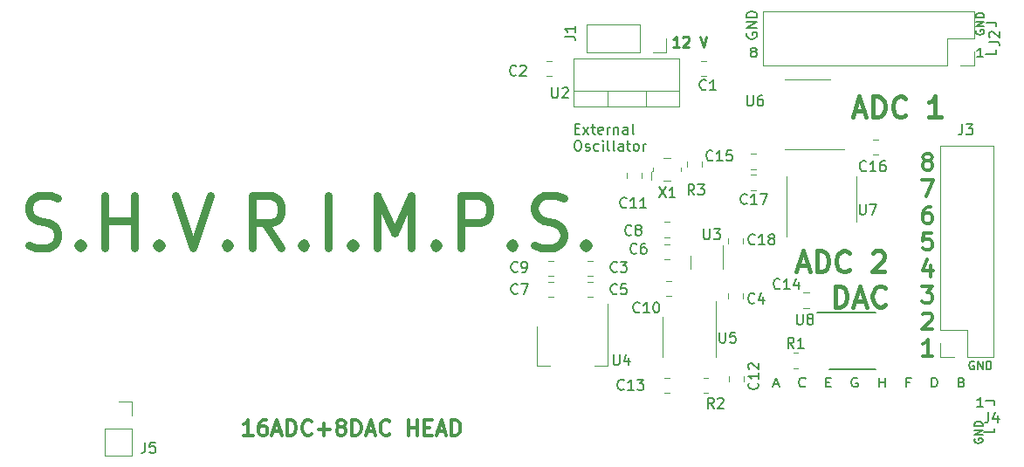
<source format=gbr>
%TF.GenerationSoftware,KiCad,Pcbnew,(6.0.5-0)*%
%TF.CreationDate,2022-06-25T17:27:44+01:00*%
%TF.ProjectId,revised_minh_design,72657669-7365-4645-9f6d-696e685f6465,rev?*%
%TF.SameCoordinates,Original*%
%TF.FileFunction,Legend,Top*%
%TF.FilePolarity,Positive*%
%FSLAX46Y46*%
G04 Gerber Fmt 4.6, Leading zero omitted, Abs format (unit mm)*
G04 Created by KiCad (PCBNEW (6.0.5-0)) date 2022-06-25 17:27:44*
%MOMM*%
%LPD*%
G01*
G04 APERTURE LIST*
%ADD10C,0.150000*%
%ADD11C,0.400000*%
%ADD12C,0.200000*%
%ADD13C,0.300000*%
%ADD14C,0.800000*%
%ADD15C,0.250000*%
%ADD16C,0.120000*%
G04 APERTURE END LIST*
D10*
X143164476Y-72879000D02*
X143088285Y-72840904D01*
X142974000Y-72840904D01*
X142859714Y-72879000D01*
X142783523Y-72955190D01*
X142745428Y-73031380D01*
X142707333Y-73183761D01*
X142707333Y-73298047D01*
X142745428Y-73450428D01*
X142783523Y-73526619D01*
X142859714Y-73602809D01*
X142974000Y-73640904D01*
X143050190Y-73640904D01*
X143164476Y-73602809D01*
X143202571Y-73564714D01*
X143202571Y-73298047D01*
X143050190Y-73298047D01*
X143545428Y-73640904D02*
X143545428Y-72840904D01*
X144002571Y-73640904D01*
X144002571Y-72840904D01*
X144383523Y-73640904D02*
X144383523Y-72840904D01*
X144574000Y-72840904D01*
X144688285Y-72879000D01*
X144764476Y-72955190D01*
X144802571Y-73031380D01*
X144840666Y-73183761D01*
X144840666Y-73298047D01*
X144802571Y-73450428D01*
X144764476Y-73526619D01*
X144688285Y-73602809D01*
X144574000Y-73640904D01*
X144383523Y-73640904D01*
X144399000Y-40005000D02*
X145288000Y-40005000D01*
X145161000Y-76708000D02*
X145161000Y-77089000D01*
X145288000Y-43053000D02*
X145288000Y-42672000D01*
X145288000Y-40005000D02*
X145288000Y-40386000D01*
X144272000Y-43053000D02*
X145288000Y-43053000D01*
X145161000Y-79756000D02*
X145161000Y-79375000D01*
X144145000Y-79756000D02*
X145161000Y-79756000D01*
X144272000Y-76708000D02*
X145161000Y-76708000D01*
D11*
X126111523Y-63579333D02*
X127063904Y-63579333D01*
X125921047Y-64150761D02*
X126587714Y-62150761D01*
X127254380Y-64150761D01*
X127921047Y-64150761D02*
X127921047Y-62150761D01*
X128397238Y-62150761D01*
X128682952Y-62246000D01*
X128873428Y-62436476D01*
X128968666Y-62626952D01*
X129063904Y-63007904D01*
X129063904Y-63293619D01*
X128968666Y-63674571D01*
X128873428Y-63865047D01*
X128682952Y-64055523D01*
X128397238Y-64150761D01*
X127921047Y-64150761D01*
X131063904Y-63960285D02*
X130968666Y-64055523D01*
X130682952Y-64150761D01*
X130492476Y-64150761D01*
X130206761Y-64055523D01*
X130016285Y-63865047D01*
X129921047Y-63674571D01*
X129825809Y-63293619D01*
X129825809Y-63007904D01*
X129921047Y-62626952D01*
X130016285Y-62436476D01*
X130206761Y-62246000D01*
X130492476Y-62150761D01*
X130682952Y-62150761D01*
X130968666Y-62246000D01*
X131063904Y-62341238D01*
X133349619Y-62341238D02*
X133444857Y-62246000D01*
X133635333Y-62150761D01*
X134111523Y-62150761D01*
X134302000Y-62246000D01*
X134397238Y-62341238D01*
X134492476Y-62531714D01*
X134492476Y-62722190D01*
X134397238Y-63007904D01*
X133254380Y-64150761D01*
X134492476Y-64150761D01*
D12*
X123723523Y-75080000D02*
X124214000Y-75080000D01*
X123625428Y-75337142D02*
X123968761Y-74437142D01*
X124312095Y-75337142D01*
X126813523Y-75251428D02*
X126764476Y-75294285D01*
X126617333Y-75337142D01*
X126519238Y-75337142D01*
X126372095Y-75294285D01*
X126274000Y-75208571D01*
X126224952Y-75122857D01*
X126175904Y-74951428D01*
X126175904Y-74822857D01*
X126224952Y-74651428D01*
X126274000Y-74565714D01*
X126372095Y-74480000D01*
X126519238Y-74437142D01*
X126617333Y-74437142D01*
X126764476Y-74480000D01*
X126813523Y-74522857D01*
X128824476Y-74865714D02*
X129167809Y-74865714D01*
X129314952Y-75337142D02*
X128824476Y-75337142D01*
X128824476Y-74437142D01*
X129314952Y-74437142D01*
X131865428Y-74480000D02*
X131767333Y-74437142D01*
X131620190Y-74437142D01*
X131473047Y-74480000D01*
X131374952Y-74565714D01*
X131325904Y-74651428D01*
X131276857Y-74822857D01*
X131276857Y-74951428D01*
X131325904Y-75122857D01*
X131374952Y-75208571D01*
X131473047Y-75294285D01*
X131620190Y-75337142D01*
X131718285Y-75337142D01*
X131865428Y-75294285D01*
X131914476Y-75251428D01*
X131914476Y-74951428D01*
X131718285Y-74951428D01*
X133925428Y-75337142D02*
X133925428Y-74437142D01*
X133925428Y-74865714D02*
X134514000Y-74865714D01*
X134514000Y-75337142D02*
X134514000Y-74437142D01*
X136917333Y-74865714D02*
X136574000Y-74865714D01*
X136574000Y-75337142D02*
X136574000Y-74437142D01*
X137064476Y-74437142D01*
X139026380Y-75337142D02*
X139026380Y-74437142D01*
X139271619Y-74437142D01*
X139418761Y-74480000D01*
X139516857Y-74565714D01*
X139565904Y-74651428D01*
X139614952Y-74822857D01*
X139614952Y-74951428D01*
X139565904Y-75122857D01*
X139516857Y-75208571D01*
X139418761Y-75294285D01*
X139271619Y-75337142D01*
X139026380Y-75337142D01*
X141969238Y-74865714D02*
X142116380Y-74908571D01*
X142165428Y-74951428D01*
X142214476Y-75037142D01*
X142214476Y-75165714D01*
X142165428Y-75251428D01*
X142116380Y-75294285D01*
X142018285Y-75337142D01*
X141625904Y-75337142D01*
X141625904Y-74437142D01*
X141969238Y-74437142D01*
X142067333Y-74480000D01*
X142116380Y-74522857D01*
X142165428Y-74608571D01*
X142165428Y-74694285D01*
X142116380Y-74780000D01*
X142067333Y-74822857D01*
X141969238Y-74865714D01*
X141625904Y-74865714D01*
D13*
X138531619Y-53404523D02*
X138379238Y-53328333D01*
X138303047Y-53252142D01*
X138226857Y-53099761D01*
X138226857Y-53023571D01*
X138303047Y-52871190D01*
X138379238Y-52795000D01*
X138531619Y-52718809D01*
X138836380Y-52718809D01*
X138988761Y-52795000D01*
X139064952Y-52871190D01*
X139141142Y-53023571D01*
X139141142Y-53099761D01*
X139064952Y-53252142D01*
X138988761Y-53328333D01*
X138836380Y-53404523D01*
X138531619Y-53404523D01*
X138379238Y-53480714D01*
X138303047Y-53556904D01*
X138226857Y-53709285D01*
X138226857Y-54014047D01*
X138303047Y-54166428D01*
X138379238Y-54242619D01*
X138531619Y-54318809D01*
X138836380Y-54318809D01*
X138988761Y-54242619D01*
X139064952Y-54166428D01*
X139141142Y-54014047D01*
X139141142Y-53709285D01*
X139064952Y-53556904D01*
X138988761Y-53480714D01*
X138836380Y-53404523D01*
X138150666Y-55294809D02*
X139217333Y-55294809D01*
X138531619Y-56894809D01*
X138988761Y-57870809D02*
X138684000Y-57870809D01*
X138531619Y-57947000D01*
X138455428Y-58023190D01*
X138303047Y-58251761D01*
X138226857Y-58556523D01*
X138226857Y-59166047D01*
X138303047Y-59318428D01*
X138379238Y-59394619D01*
X138531619Y-59470809D01*
X138836380Y-59470809D01*
X138988761Y-59394619D01*
X139064952Y-59318428D01*
X139141142Y-59166047D01*
X139141142Y-58785095D01*
X139064952Y-58632714D01*
X138988761Y-58556523D01*
X138836380Y-58480333D01*
X138531619Y-58480333D01*
X138379238Y-58556523D01*
X138303047Y-58632714D01*
X138226857Y-58785095D01*
X139064952Y-60446809D02*
X138303047Y-60446809D01*
X138226857Y-61208714D01*
X138303047Y-61132523D01*
X138455428Y-61056333D01*
X138836380Y-61056333D01*
X138988761Y-61132523D01*
X139064952Y-61208714D01*
X139141142Y-61361095D01*
X139141142Y-61742047D01*
X139064952Y-61894428D01*
X138988761Y-61970619D01*
X138836380Y-62046809D01*
X138455428Y-62046809D01*
X138303047Y-61970619D01*
X138226857Y-61894428D01*
X138988761Y-63556142D02*
X138988761Y-64622809D01*
X138607809Y-62946619D02*
X138226857Y-64089476D01*
X139217333Y-64089476D01*
X138150666Y-65598809D02*
X139141142Y-65598809D01*
X138607809Y-66208333D01*
X138836380Y-66208333D01*
X138988761Y-66284523D01*
X139064952Y-66360714D01*
X139141142Y-66513095D01*
X139141142Y-66894047D01*
X139064952Y-67046428D01*
X138988761Y-67122619D01*
X138836380Y-67198809D01*
X138379238Y-67198809D01*
X138226857Y-67122619D01*
X138150666Y-67046428D01*
X138226857Y-68327190D02*
X138303047Y-68251000D01*
X138455428Y-68174809D01*
X138836380Y-68174809D01*
X138988761Y-68251000D01*
X139064952Y-68327190D01*
X139141142Y-68479571D01*
X139141142Y-68631952D01*
X139064952Y-68860523D01*
X138150666Y-69774809D01*
X139141142Y-69774809D01*
X139141142Y-72350809D02*
X138226857Y-72350809D01*
X138684000Y-72350809D02*
X138684000Y-70750809D01*
X138531619Y-70979380D01*
X138379238Y-71131761D01*
X138226857Y-71207952D01*
D12*
X144049714Y-77242142D02*
X143478285Y-77242142D01*
X143764000Y-77242142D02*
X143764000Y-76342142D01*
X143668761Y-76470714D01*
X143573523Y-76556428D01*
X143478285Y-76599285D01*
D11*
X129699047Y-67579761D02*
X129699047Y-65579761D01*
X130175238Y-65579761D01*
X130460952Y-65675000D01*
X130651428Y-65865476D01*
X130746666Y-66055952D01*
X130841904Y-66436904D01*
X130841904Y-66722619D01*
X130746666Y-67103571D01*
X130651428Y-67294047D01*
X130460952Y-67484523D01*
X130175238Y-67579761D01*
X129699047Y-67579761D01*
X131603809Y-67008333D02*
X132556190Y-67008333D01*
X131413333Y-67579761D02*
X132080000Y-65579761D01*
X132746666Y-67579761D01*
X134556190Y-67389285D02*
X134460952Y-67484523D01*
X134175238Y-67579761D01*
X133984761Y-67579761D01*
X133699047Y-67484523D01*
X133508571Y-67294047D01*
X133413333Y-67103571D01*
X133318095Y-66722619D01*
X133318095Y-66436904D01*
X133413333Y-66055952D01*
X133508571Y-65865476D01*
X133699047Y-65675000D01*
X133984761Y-65579761D01*
X134175238Y-65579761D01*
X134460952Y-65675000D01*
X134556190Y-65770238D01*
D10*
X143237000Y-80365523D02*
X143198904Y-80441714D01*
X143198904Y-80556000D01*
X143237000Y-80670285D01*
X143313190Y-80746476D01*
X143389380Y-80784571D01*
X143541761Y-80822666D01*
X143656047Y-80822666D01*
X143808428Y-80784571D01*
X143884619Y-80746476D01*
X143960809Y-80670285D01*
X143998904Y-80556000D01*
X143998904Y-80479809D01*
X143960809Y-80365523D01*
X143922714Y-80327428D01*
X143656047Y-80327428D01*
X143656047Y-80479809D01*
X143998904Y-79984571D02*
X143198904Y-79984571D01*
X143998904Y-79527428D01*
X143198904Y-79527428D01*
X143998904Y-79146476D02*
X143198904Y-79146476D01*
X143198904Y-78956000D01*
X143237000Y-78841714D01*
X143313190Y-78765523D01*
X143389380Y-78727428D01*
X143541761Y-78689333D01*
X143656047Y-78689333D01*
X143808428Y-78727428D01*
X143884619Y-78765523D01*
X143960809Y-78841714D01*
X143998904Y-78956000D01*
X143998904Y-79146476D01*
X143364000Y-40741523D02*
X143325904Y-40817714D01*
X143325904Y-40932000D01*
X143364000Y-41046285D01*
X143440190Y-41122476D01*
X143516380Y-41160571D01*
X143668761Y-41198666D01*
X143783047Y-41198666D01*
X143935428Y-41160571D01*
X144011619Y-41122476D01*
X144087809Y-41046285D01*
X144125904Y-40932000D01*
X144125904Y-40855809D01*
X144087809Y-40741523D01*
X144049714Y-40703428D01*
X143783047Y-40703428D01*
X143783047Y-40855809D01*
X144125904Y-40360571D02*
X143325904Y-40360571D01*
X144125904Y-39903428D01*
X143325904Y-39903428D01*
X144125904Y-39522476D02*
X143325904Y-39522476D01*
X143325904Y-39332000D01*
X143364000Y-39217714D01*
X143440190Y-39141523D01*
X143516380Y-39103428D01*
X143668761Y-39065333D01*
X143783047Y-39065333D01*
X143935428Y-39103428D01*
X144011619Y-39141523D01*
X144087809Y-39217714D01*
X144125904Y-39332000D01*
X144125904Y-39522476D01*
X121166000Y-41020904D02*
X121118380Y-41116142D01*
X121118380Y-41259000D01*
X121166000Y-41401857D01*
X121261238Y-41497095D01*
X121356476Y-41544714D01*
X121546952Y-41592333D01*
X121689809Y-41592333D01*
X121880285Y-41544714D01*
X121975523Y-41497095D01*
X122070761Y-41401857D01*
X122118380Y-41259000D01*
X122118380Y-41163761D01*
X122070761Y-41020904D01*
X122023142Y-40973285D01*
X121689809Y-40973285D01*
X121689809Y-41163761D01*
X122118380Y-40544714D02*
X121118380Y-40544714D01*
X122118380Y-39973285D01*
X121118380Y-39973285D01*
X122118380Y-39497095D02*
X121118380Y-39497095D01*
X121118380Y-39259000D01*
X121166000Y-39116142D01*
X121261238Y-39020904D01*
X121356476Y-38973285D01*
X121546952Y-38925666D01*
X121689809Y-38925666D01*
X121880285Y-38973285D01*
X121975523Y-39020904D01*
X122070761Y-39116142D01*
X122118380Y-39259000D01*
X122118380Y-39497095D01*
X104475595Y-50304571D02*
X104808928Y-50304571D01*
X104951785Y-50828380D02*
X104475595Y-50828380D01*
X104475595Y-49828380D01*
X104951785Y-49828380D01*
X105285119Y-50828380D02*
X105808928Y-50161714D01*
X105285119Y-50161714D02*
X105808928Y-50828380D01*
X106047023Y-50161714D02*
X106427976Y-50161714D01*
X106189880Y-49828380D02*
X106189880Y-50685523D01*
X106237500Y-50780761D01*
X106332738Y-50828380D01*
X106427976Y-50828380D01*
X107142261Y-50780761D02*
X107047023Y-50828380D01*
X106856547Y-50828380D01*
X106761309Y-50780761D01*
X106713690Y-50685523D01*
X106713690Y-50304571D01*
X106761309Y-50209333D01*
X106856547Y-50161714D01*
X107047023Y-50161714D01*
X107142261Y-50209333D01*
X107189880Y-50304571D01*
X107189880Y-50399809D01*
X106713690Y-50495047D01*
X107618452Y-50828380D02*
X107618452Y-50161714D01*
X107618452Y-50352190D02*
X107666071Y-50256952D01*
X107713690Y-50209333D01*
X107808928Y-50161714D01*
X107904166Y-50161714D01*
X108237500Y-50161714D02*
X108237500Y-50828380D01*
X108237500Y-50256952D02*
X108285119Y-50209333D01*
X108380357Y-50161714D01*
X108523214Y-50161714D01*
X108618452Y-50209333D01*
X108666071Y-50304571D01*
X108666071Y-50828380D01*
X109570833Y-50828380D02*
X109570833Y-50304571D01*
X109523214Y-50209333D01*
X109427976Y-50161714D01*
X109237500Y-50161714D01*
X109142261Y-50209333D01*
X109570833Y-50780761D02*
X109475595Y-50828380D01*
X109237500Y-50828380D01*
X109142261Y-50780761D01*
X109094642Y-50685523D01*
X109094642Y-50590285D01*
X109142261Y-50495047D01*
X109237500Y-50447428D01*
X109475595Y-50447428D01*
X109570833Y-50399809D01*
X110189880Y-50828380D02*
X110094642Y-50780761D01*
X110047023Y-50685523D01*
X110047023Y-49828380D01*
X104666071Y-51438380D02*
X104856547Y-51438380D01*
X104951785Y-51486000D01*
X105047023Y-51581238D01*
X105094642Y-51771714D01*
X105094642Y-52105047D01*
X105047023Y-52295523D01*
X104951785Y-52390761D01*
X104856547Y-52438380D01*
X104666071Y-52438380D01*
X104570833Y-52390761D01*
X104475595Y-52295523D01*
X104427976Y-52105047D01*
X104427976Y-51771714D01*
X104475595Y-51581238D01*
X104570833Y-51486000D01*
X104666071Y-51438380D01*
X105475595Y-52390761D02*
X105570833Y-52438380D01*
X105761309Y-52438380D01*
X105856547Y-52390761D01*
X105904166Y-52295523D01*
X105904166Y-52247904D01*
X105856547Y-52152666D01*
X105761309Y-52105047D01*
X105618452Y-52105047D01*
X105523214Y-52057428D01*
X105475595Y-51962190D01*
X105475595Y-51914571D01*
X105523214Y-51819333D01*
X105618452Y-51771714D01*
X105761309Y-51771714D01*
X105856547Y-51819333D01*
X106761309Y-52390761D02*
X106666071Y-52438380D01*
X106475595Y-52438380D01*
X106380357Y-52390761D01*
X106332738Y-52343142D01*
X106285119Y-52247904D01*
X106285119Y-51962190D01*
X106332738Y-51866952D01*
X106380357Y-51819333D01*
X106475595Y-51771714D01*
X106666071Y-51771714D01*
X106761309Y-51819333D01*
X107189880Y-52438380D02*
X107189880Y-51771714D01*
X107189880Y-51438380D02*
X107142261Y-51486000D01*
X107189880Y-51533619D01*
X107237500Y-51486000D01*
X107189880Y-51438380D01*
X107189880Y-51533619D01*
X107808928Y-52438380D02*
X107713690Y-52390761D01*
X107666071Y-52295523D01*
X107666071Y-51438380D01*
X108332738Y-52438380D02*
X108237500Y-52390761D01*
X108189880Y-52295523D01*
X108189880Y-51438380D01*
X109142261Y-52438380D02*
X109142261Y-51914571D01*
X109094642Y-51819333D01*
X108999404Y-51771714D01*
X108808928Y-51771714D01*
X108713690Y-51819333D01*
X109142261Y-52390761D02*
X109047023Y-52438380D01*
X108808928Y-52438380D01*
X108713690Y-52390761D01*
X108666071Y-52295523D01*
X108666071Y-52200285D01*
X108713690Y-52105047D01*
X108808928Y-52057428D01*
X109047023Y-52057428D01*
X109142261Y-52009809D01*
X109475595Y-51771714D02*
X109856547Y-51771714D01*
X109618452Y-51438380D02*
X109618452Y-52295523D01*
X109666071Y-52390761D01*
X109761309Y-52438380D01*
X109856547Y-52438380D01*
X110332738Y-52438380D02*
X110237500Y-52390761D01*
X110189880Y-52343142D01*
X110142261Y-52247904D01*
X110142261Y-51962190D01*
X110189880Y-51866952D01*
X110237500Y-51819333D01*
X110332738Y-51771714D01*
X110475595Y-51771714D01*
X110570833Y-51819333D01*
X110618452Y-51866952D01*
X110666071Y-51962190D01*
X110666071Y-52247904D01*
X110618452Y-52343142D01*
X110570833Y-52390761D01*
X110475595Y-52438380D01*
X110332738Y-52438380D01*
X111094642Y-52438380D02*
X111094642Y-51771714D01*
X111094642Y-51962190D02*
X111142261Y-51866952D01*
X111189880Y-51819333D01*
X111285119Y-51771714D01*
X111380357Y-51771714D01*
D13*
X73219857Y-80053571D02*
X72362714Y-80053571D01*
X72791285Y-80053571D02*
X72791285Y-78553571D01*
X72648428Y-78767857D01*
X72505571Y-78910714D01*
X72362714Y-78982142D01*
X74505571Y-78553571D02*
X74219857Y-78553571D01*
X74077000Y-78625000D01*
X74005571Y-78696428D01*
X73862714Y-78910714D01*
X73791285Y-79196428D01*
X73791285Y-79767857D01*
X73862714Y-79910714D01*
X73934142Y-79982142D01*
X74077000Y-80053571D01*
X74362714Y-80053571D01*
X74505571Y-79982142D01*
X74577000Y-79910714D01*
X74648428Y-79767857D01*
X74648428Y-79410714D01*
X74577000Y-79267857D01*
X74505571Y-79196428D01*
X74362714Y-79125000D01*
X74077000Y-79125000D01*
X73934142Y-79196428D01*
X73862714Y-79267857D01*
X73791285Y-79410714D01*
X75219857Y-79625000D02*
X75934142Y-79625000D01*
X75077000Y-80053571D02*
X75577000Y-78553571D01*
X76077000Y-80053571D01*
X76577000Y-80053571D02*
X76577000Y-78553571D01*
X76934142Y-78553571D01*
X77148428Y-78625000D01*
X77291285Y-78767857D01*
X77362714Y-78910714D01*
X77434142Y-79196428D01*
X77434142Y-79410714D01*
X77362714Y-79696428D01*
X77291285Y-79839285D01*
X77148428Y-79982142D01*
X76934142Y-80053571D01*
X76577000Y-80053571D01*
X78934142Y-79910714D02*
X78862714Y-79982142D01*
X78648428Y-80053571D01*
X78505571Y-80053571D01*
X78291285Y-79982142D01*
X78148428Y-79839285D01*
X78077000Y-79696428D01*
X78005571Y-79410714D01*
X78005571Y-79196428D01*
X78077000Y-78910714D01*
X78148428Y-78767857D01*
X78291285Y-78625000D01*
X78505571Y-78553571D01*
X78648428Y-78553571D01*
X78862714Y-78625000D01*
X78934142Y-78696428D01*
X79577000Y-79482142D02*
X80719857Y-79482142D01*
X80148428Y-80053571D02*
X80148428Y-78910714D01*
X81648428Y-79196428D02*
X81505571Y-79125000D01*
X81434142Y-79053571D01*
X81362714Y-78910714D01*
X81362714Y-78839285D01*
X81434142Y-78696428D01*
X81505571Y-78625000D01*
X81648428Y-78553571D01*
X81934142Y-78553571D01*
X82077000Y-78625000D01*
X82148428Y-78696428D01*
X82219857Y-78839285D01*
X82219857Y-78910714D01*
X82148428Y-79053571D01*
X82077000Y-79125000D01*
X81934142Y-79196428D01*
X81648428Y-79196428D01*
X81505571Y-79267857D01*
X81434142Y-79339285D01*
X81362714Y-79482142D01*
X81362714Y-79767857D01*
X81434142Y-79910714D01*
X81505571Y-79982142D01*
X81648428Y-80053571D01*
X81934142Y-80053571D01*
X82077000Y-79982142D01*
X82148428Y-79910714D01*
X82219857Y-79767857D01*
X82219857Y-79482142D01*
X82148428Y-79339285D01*
X82077000Y-79267857D01*
X81934142Y-79196428D01*
X82862714Y-80053571D02*
X82862714Y-78553571D01*
X83219857Y-78553571D01*
X83434142Y-78625000D01*
X83577000Y-78767857D01*
X83648428Y-78910714D01*
X83719857Y-79196428D01*
X83719857Y-79410714D01*
X83648428Y-79696428D01*
X83577000Y-79839285D01*
X83434142Y-79982142D01*
X83219857Y-80053571D01*
X82862714Y-80053571D01*
X84291285Y-79625000D02*
X85005571Y-79625000D01*
X84148428Y-80053571D02*
X84648428Y-78553571D01*
X85148428Y-80053571D01*
X86505571Y-79910714D02*
X86434142Y-79982142D01*
X86219857Y-80053571D01*
X86077000Y-80053571D01*
X85862714Y-79982142D01*
X85719857Y-79839285D01*
X85648428Y-79696428D01*
X85577000Y-79410714D01*
X85577000Y-79196428D01*
X85648428Y-78910714D01*
X85719857Y-78767857D01*
X85862714Y-78625000D01*
X86077000Y-78553571D01*
X86219857Y-78553571D01*
X86434142Y-78625000D01*
X86505571Y-78696428D01*
X88291285Y-80053571D02*
X88291285Y-78553571D01*
X88291285Y-79267857D02*
X89148428Y-79267857D01*
X89148428Y-80053571D02*
X89148428Y-78553571D01*
X89862714Y-79267857D02*
X90362714Y-79267857D01*
X90577000Y-80053571D02*
X89862714Y-80053571D01*
X89862714Y-78553571D01*
X90577000Y-78553571D01*
X91148428Y-79625000D02*
X91862714Y-79625000D01*
X91005571Y-80053571D02*
X91505571Y-78553571D01*
X92005571Y-80053571D01*
X92505571Y-80053571D02*
X92505571Y-78553571D01*
X92862714Y-78553571D01*
X93077000Y-78625000D01*
X93219857Y-78767857D01*
X93291285Y-78910714D01*
X93362714Y-79196428D01*
X93362714Y-79410714D01*
X93291285Y-79696428D01*
X93219857Y-79839285D01*
X93077000Y-79982142D01*
X92862714Y-80053571D01*
X92505571Y-80053571D01*
D14*
X51470142Y-61586809D02*
X52184428Y-61824904D01*
X53374904Y-61824904D01*
X53851095Y-61586809D01*
X54089190Y-61348714D01*
X54327285Y-60872523D01*
X54327285Y-60396333D01*
X54089190Y-59920142D01*
X53851095Y-59682047D01*
X53374904Y-59443952D01*
X52422523Y-59205857D01*
X51946333Y-58967761D01*
X51708238Y-58729666D01*
X51470142Y-58253476D01*
X51470142Y-57777285D01*
X51708238Y-57301095D01*
X51946333Y-57063000D01*
X52422523Y-56824904D01*
X53613000Y-56824904D01*
X54327285Y-57063000D01*
X56470142Y-61348714D02*
X56708238Y-61586809D01*
X56470142Y-61824904D01*
X56232047Y-61586809D01*
X56470142Y-61348714D01*
X56470142Y-61824904D01*
X58851095Y-61824904D02*
X58851095Y-56824904D01*
X58851095Y-59205857D02*
X61708238Y-59205857D01*
X61708238Y-61824904D02*
X61708238Y-56824904D01*
X64089190Y-61348714D02*
X64327285Y-61586809D01*
X64089190Y-61824904D01*
X63851095Y-61586809D01*
X64089190Y-61348714D01*
X64089190Y-61824904D01*
X65755857Y-56824904D02*
X67422523Y-61824904D01*
X69089190Y-56824904D01*
X70755857Y-61348714D02*
X70993952Y-61586809D01*
X70755857Y-61824904D01*
X70517761Y-61586809D01*
X70755857Y-61348714D01*
X70755857Y-61824904D01*
X75993952Y-61824904D02*
X74327285Y-59443952D01*
X73136809Y-61824904D02*
X73136809Y-56824904D01*
X75041571Y-56824904D01*
X75517761Y-57063000D01*
X75755857Y-57301095D01*
X75993952Y-57777285D01*
X75993952Y-58491571D01*
X75755857Y-58967761D01*
X75517761Y-59205857D01*
X75041571Y-59443952D01*
X73136809Y-59443952D01*
X78136809Y-61348714D02*
X78374904Y-61586809D01*
X78136809Y-61824904D01*
X77898714Y-61586809D01*
X78136809Y-61348714D01*
X78136809Y-61824904D01*
X80517761Y-61824904D02*
X80517761Y-56824904D01*
X82898714Y-61348714D02*
X83136809Y-61586809D01*
X82898714Y-61824904D01*
X82660619Y-61586809D01*
X82898714Y-61348714D01*
X82898714Y-61824904D01*
X85279666Y-61824904D02*
X85279666Y-56824904D01*
X86946333Y-60396333D01*
X88613000Y-56824904D01*
X88613000Y-61824904D01*
X90993952Y-61348714D02*
X91232047Y-61586809D01*
X90993952Y-61824904D01*
X90755857Y-61586809D01*
X90993952Y-61348714D01*
X90993952Y-61824904D01*
X93374904Y-61824904D02*
X93374904Y-56824904D01*
X95279666Y-56824904D01*
X95755857Y-57063000D01*
X95993952Y-57301095D01*
X96232047Y-57777285D01*
X96232047Y-58491571D01*
X95993952Y-58967761D01*
X95755857Y-59205857D01*
X95279666Y-59443952D01*
X93374904Y-59443952D01*
X98374904Y-61348714D02*
X98613000Y-61586809D01*
X98374904Y-61824904D01*
X98136809Y-61586809D01*
X98374904Y-61348714D01*
X98374904Y-61824904D01*
X100517761Y-61586809D02*
X101232047Y-61824904D01*
X102422523Y-61824904D01*
X102898714Y-61586809D01*
X103136809Y-61348714D01*
X103374904Y-60872523D01*
X103374904Y-60396333D01*
X103136809Y-59920142D01*
X102898714Y-59682047D01*
X102422523Y-59443952D01*
X101470142Y-59205857D01*
X100993952Y-58967761D01*
X100755857Y-58729666D01*
X100517761Y-58253476D01*
X100517761Y-57777285D01*
X100755857Y-57301095D01*
X100993952Y-57063000D01*
X101470142Y-56824904D01*
X102660619Y-56824904D01*
X103374904Y-57063000D01*
X105517761Y-61348714D02*
X105755857Y-61586809D01*
X105517761Y-61824904D01*
X105279666Y-61586809D01*
X105517761Y-61348714D01*
X105517761Y-61824904D01*
D12*
X121697761Y-42818857D02*
X121602523Y-42776000D01*
X121554904Y-42733142D01*
X121507285Y-42647428D01*
X121507285Y-42604571D01*
X121554904Y-42518857D01*
X121602523Y-42476000D01*
X121697761Y-42433142D01*
X121888238Y-42433142D01*
X121983476Y-42476000D01*
X122031095Y-42518857D01*
X122078714Y-42604571D01*
X122078714Y-42647428D01*
X122031095Y-42733142D01*
X121983476Y-42776000D01*
X121888238Y-42818857D01*
X121697761Y-42818857D01*
X121602523Y-42861714D01*
X121554904Y-42904571D01*
X121507285Y-42990285D01*
X121507285Y-43161714D01*
X121554904Y-43247428D01*
X121602523Y-43290285D01*
X121697761Y-43333142D01*
X121888238Y-43333142D01*
X121983476Y-43290285D01*
X122031095Y-43247428D01*
X122078714Y-43161714D01*
X122078714Y-42990285D01*
X122031095Y-42904571D01*
X121983476Y-42861714D01*
X121888238Y-42818857D01*
D11*
X131572523Y-48593333D02*
X132524904Y-48593333D01*
X131382047Y-49164761D02*
X132048714Y-47164761D01*
X132715380Y-49164761D01*
X133382047Y-49164761D02*
X133382047Y-47164761D01*
X133858238Y-47164761D01*
X134143952Y-47260000D01*
X134334428Y-47450476D01*
X134429666Y-47640952D01*
X134524904Y-48021904D01*
X134524904Y-48307619D01*
X134429666Y-48688571D01*
X134334428Y-48879047D01*
X134143952Y-49069523D01*
X133858238Y-49164761D01*
X133382047Y-49164761D01*
X136524904Y-48974285D02*
X136429666Y-49069523D01*
X136143952Y-49164761D01*
X135953476Y-49164761D01*
X135667761Y-49069523D01*
X135477285Y-48879047D01*
X135382047Y-48688571D01*
X135286809Y-48307619D01*
X135286809Y-48021904D01*
X135382047Y-47640952D01*
X135477285Y-47450476D01*
X135667761Y-47260000D01*
X135953476Y-47164761D01*
X136143952Y-47164761D01*
X136429666Y-47260000D01*
X136524904Y-47355238D01*
X139953476Y-49164761D02*
X138810619Y-49164761D01*
X139382047Y-49164761D02*
X139382047Y-47164761D01*
X139191571Y-47450476D01*
X139001095Y-47640952D01*
X138810619Y-47736190D01*
D12*
X144049714Y-43333142D02*
X143478285Y-43333142D01*
X143764000Y-43333142D02*
X143764000Y-42433142D01*
X143668761Y-42561714D01*
X143573523Y-42647428D01*
X143478285Y-42690285D01*
D15*
X114570000Y-42362380D02*
X113998571Y-42362380D01*
X114284285Y-42362380D02*
X114284285Y-41362380D01*
X114189047Y-41505238D01*
X114093809Y-41600476D01*
X113998571Y-41648095D01*
X114950952Y-41457619D02*
X114998571Y-41410000D01*
X115093809Y-41362380D01*
X115331904Y-41362380D01*
X115427142Y-41410000D01*
X115474761Y-41457619D01*
X115522380Y-41552857D01*
X115522380Y-41648095D01*
X115474761Y-41790952D01*
X114903333Y-42362380D01*
X115522380Y-42362380D01*
X116570000Y-41362380D02*
X116903333Y-42362380D01*
X117236666Y-41362380D01*
D10*
%TO.C,J5*%
X62785666Y-80732380D02*
X62785666Y-81446666D01*
X62738047Y-81589523D01*
X62642809Y-81684761D01*
X62499952Y-81732380D01*
X62404714Y-81732380D01*
X63738047Y-80732380D02*
X63261857Y-80732380D01*
X63214238Y-81208571D01*
X63261857Y-81160952D01*
X63357095Y-81113333D01*
X63595190Y-81113333D01*
X63690428Y-81160952D01*
X63738047Y-81208571D01*
X63785666Y-81303809D01*
X63785666Y-81541904D01*
X63738047Y-81637142D01*
X63690428Y-81684761D01*
X63595190Y-81732380D01*
X63357095Y-81732380D01*
X63261857Y-81684761D01*
X63214238Y-81637142D01*
%TO.C,U6*%
X121158095Y-47077380D02*
X121158095Y-47886904D01*
X121205714Y-47982142D01*
X121253333Y-48029761D01*
X121348571Y-48077380D01*
X121539047Y-48077380D01*
X121634285Y-48029761D01*
X121681904Y-47982142D01*
X121729523Y-47886904D01*
X121729523Y-47077380D01*
X122634285Y-47077380D02*
X122443809Y-47077380D01*
X122348571Y-47125000D01*
X122300952Y-47172619D01*
X122205714Y-47315476D01*
X122158095Y-47505952D01*
X122158095Y-47886904D01*
X122205714Y-47982142D01*
X122253333Y-48029761D01*
X122348571Y-48077380D01*
X122539047Y-48077380D01*
X122634285Y-48029761D01*
X122681904Y-47982142D01*
X122729523Y-47886904D01*
X122729523Y-47648809D01*
X122681904Y-47553571D01*
X122634285Y-47505952D01*
X122539047Y-47458333D01*
X122348571Y-47458333D01*
X122253333Y-47505952D01*
X122205714Y-47553571D01*
X122158095Y-47648809D01*
%TO.C,C18*%
X121912142Y-61444142D02*
X121864523Y-61491761D01*
X121721666Y-61539380D01*
X121626428Y-61539380D01*
X121483571Y-61491761D01*
X121388333Y-61396523D01*
X121340714Y-61301285D01*
X121293095Y-61110809D01*
X121293095Y-60967952D01*
X121340714Y-60777476D01*
X121388333Y-60682238D01*
X121483571Y-60587000D01*
X121626428Y-60539380D01*
X121721666Y-60539380D01*
X121864523Y-60587000D01*
X121912142Y-60634619D01*
X122864523Y-61539380D02*
X122293095Y-61539380D01*
X122578809Y-61539380D02*
X122578809Y-60539380D01*
X122483571Y-60682238D01*
X122388333Y-60777476D01*
X122293095Y-60825095D01*
X123435952Y-60967952D02*
X123340714Y-60920333D01*
X123293095Y-60872714D01*
X123245476Y-60777476D01*
X123245476Y-60729857D01*
X123293095Y-60634619D01*
X123340714Y-60587000D01*
X123435952Y-60539380D01*
X123626428Y-60539380D01*
X123721666Y-60587000D01*
X123769285Y-60634619D01*
X123816904Y-60729857D01*
X123816904Y-60777476D01*
X123769285Y-60872714D01*
X123721666Y-60920333D01*
X123626428Y-60967952D01*
X123435952Y-60967952D01*
X123340714Y-61015571D01*
X123293095Y-61063190D01*
X123245476Y-61158428D01*
X123245476Y-61348904D01*
X123293095Y-61444142D01*
X123340714Y-61491761D01*
X123435952Y-61539380D01*
X123626428Y-61539380D01*
X123721666Y-61491761D01*
X123769285Y-61444142D01*
X123816904Y-61348904D01*
X123816904Y-61158428D01*
X123769285Y-61063190D01*
X123721666Y-61015571D01*
X123626428Y-60967952D01*
%TO.C,C13*%
X109212142Y-75541142D02*
X109164523Y-75588761D01*
X109021666Y-75636380D01*
X108926428Y-75636380D01*
X108783571Y-75588761D01*
X108688333Y-75493523D01*
X108640714Y-75398285D01*
X108593095Y-75207809D01*
X108593095Y-75064952D01*
X108640714Y-74874476D01*
X108688333Y-74779238D01*
X108783571Y-74684000D01*
X108926428Y-74636380D01*
X109021666Y-74636380D01*
X109164523Y-74684000D01*
X109212142Y-74731619D01*
X110164523Y-75636380D02*
X109593095Y-75636380D01*
X109878809Y-75636380D02*
X109878809Y-74636380D01*
X109783571Y-74779238D01*
X109688333Y-74874476D01*
X109593095Y-74922095D01*
X110497857Y-74636380D02*
X111116904Y-74636380D01*
X110783571Y-75017333D01*
X110926428Y-75017333D01*
X111021666Y-75064952D01*
X111069285Y-75112571D01*
X111116904Y-75207809D01*
X111116904Y-75445904D01*
X111069285Y-75541142D01*
X111021666Y-75588761D01*
X110926428Y-75636380D01*
X110640714Y-75636380D01*
X110545476Y-75588761D01*
X110497857Y-75541142D01*
%TO.C, *%
%TO.C,U7*%
X132080095Y-57618380D02*
X132080095Y-58427904D01*
X132127714Y-58523142D01*
X132175333Y-58570761D01*
X132270571Y-58618380D01*
X132461047Y-58618380D01*
X132556285Y-58570761D01*
X132603904Y-58523142D01*
X132651523Y-58427904D01*
X132651523Y-57618380D01*
X133032476Y-57618380D02*
X133699142Y-57618380D01*
X133270571Y-58618380D01*
%TO.C,C11*%
X109466142Y-57888142D02*
X109418523Y-57935761D01*
X109275666Y-57983380D01*
X109180428Y-57983380D01*
X109037571Y-57935761D01*
X108942333Y-57840523D01*
X108894714Y-57745285D01*
X108847095Y-57554809D01*
X108847095Y-57411952D01*
X108894714Y-57221476D01*
X108942333Y-57126238D01*
X109037571Y-57031000D01*
X109180428Y-56983380D01*
X109275666Y-56983380D01*
X109418523Y-57031000D01*
X109466142Y-57078619D01*
X110418523Y-57983380D02*
X109847095Y-57983380D01*
X110132809Y-57983380D02*
X110132809Y-56983380D01*
X110037571Y-57126238D01*
X109942333Y-57221476D01*
X109847095Y-57269095D01*
X111370904Y-57983380D02*
X110799476Y-57983380D01*
X111085190Y-57983380D02*
X111085190Y-56983380D01*
X110989952Y-57126238D01*
X110894714Y-57221476D01*
X110799476Y-57269095D01*
%TO.C,C8*%
X109942333Y-60555142D02*
X109894714Y-60602761D01*
X109751857Y-60650380D01*
X109656619Y-60650380D01*
X109513761Y-60602761D01*
X109418523Y-60507523D01*
X109370904Y-60412285D01*
X109323285Y-60221809D01*
X109323285Y-60078952D01*
X109370904Y-59888476D01*
X109418523Y-59793238D01*
X109513761Y-59698000D01*
X109656619Y-59650380D01*
X109751857Y-59650380D01*
X109894714Y-59698000D01*
X109942333Y-59745619D01*
X110513761Y-60078952D02*
X110418523Y-60031333D01*
X110370904Y-59983714D01*
X110323285Y-59888476D01*
X110323285Y-59840857D01*
X110370904Y-59745619D01*
X110418523Y-59698000D01*
X110513761Y-59650380D01*
X110704238Y-59650380D01*
X110799476Y-59698000D01*
X110847095Y-59745619D01*
X110894714Y-59840857D01*
X110894714Y-59888476D01*
X110847095Y-59983714D01*
X110799476Y-60031333D01*
X110704238Y-60078952D01*
X110513761Y-60078952D01*
X110418523Y-60126571D01*
X110370904Y-60174190D01*
X110323285Y-60269428D01*
X110323285Y-60459904D01*
X110370904Y-60555142D01*
X110418523Y-60602761D01*
X110513761Y-60650380D01*
X110704238Y-60650380D01*
X110799476Y-60602761D01*
X110847095Y-60555142D01*
X110894714Y-60459904D01*
X110894714Y-60269428D01*
X110847095Y-60174190D01*
X110799476Y-60126571D01*
X110704238Y-60078952D01*
%TO.C, *%
%TO.C,J3*%
X142033666Y-49871380D02*
X142033666Y-50585666D01*
X141986047Y-50728523D01*
X141890809Y-50823761D01*
X141747952Y-50871380D01*
X141652714Y-50871380D01*
X142414619Y-49871380D02*
X143033666Y-49871380D01*
X142700333Y-50252333D01*
X142843190Y-50252333D01*
X142938428Y-50299952D01*
X142986047Y-50347571D01*
X143033666Y-50442809D01*
X143033666Y-50680904D01*
X142986047Y-50776142D01*
X142938428Y-50823761D01*
X142843190Y-50871380D01*
X142557476Y-50871380D01*
X142462238Y-50823761D01*
X142414619Y-50776142D01*
%TO.C,U4*%
X108204095Y-72223380D02*
X108204095Y-73032904D01*
X108251714Y-73128142D01*
X108299333Y-73175761D01*
X108394571Y-73223380D01*
X108585047Y-73223380D01*
X108680285Y-73175761D01*
X108727904Y-73128142D01*
X108775523Y-73032904D01*
X108775523Y-72223380D01*
X109680285Y-72556714D02*
X109680285Y-73223380D01*
X109442190Y-72175761D02*
X109204095Y-72890047D01*
X109823142Y-72890047D01*
%TO.C,C2*%
X98766333Y-45061142D02*
X98718714Y-45108761D01*
X98575857Y-45156380D01*
X98480619Y-45156380D01*
X98337761Y-45108761D01*
X98242523Y-45013523D01*
X98194904Y-44918285D01*
X98147285Y-44727809D01*
X98147285Y-44584952D01*
X98194904Y-44394476D01*
X98242523Y-44299238D01*
X98337761Y-44204000D01*
X98480619Y-44156380D01*
X98575857Y-44156380D01*
X98718714Y-44204000D01*
X98766333Y-44251619D01*
X99147285Y-44251619D02*
X99194904Y-44204000D01*
X99290142Y-44156380D01*
X99528238Y-44156380D01*
X99623476Y-44204000D01*
X99671095Y-44251619D01*
X99718714Y-44346857D01*
X99718714Y-44442095D01*
X99671095Y-44584952D01*
X99099666Y-45156380D01*
X99718714Y-45156380D01*
%TO.C,R2*%
X117943333Y-77414380D02*
X117610000Y-76938190D01*
X117371904Y-77414380D02*
X117371904Y-76414380D01*
X117752857Y-76414380D01*
X117848095Y-76462000D01*
X117895714Y-76509619D01*
X117943333Y-76604857D01*
X117943333Y-76747714D01*
X117895714Y-76842952D01*
X117848095Y-76890571D01*
X117752857Y-76938190D01*
X117371904Y-76938190D01*
X118324285Y-76509619D02*
X118371904Y-76462000D01*
X118467142Y-76414380D01*
X118705238Y-76414380D01*
X118800476Y-76462000D01*
X118848095Y-76509619D01*
X118895714Y-76604857D01*
X118895714Y-76700095D01*
X118848095Y-76842952D01*
X118276666Y-77414380D01*
X118895714Y-77414380D01*
%TO.C,C3*%
X108545333Y-64111142D02*
X108497714Y-64158761D01*
X108354857Y-64206380D01*
X108259619Y-64206380D01*
X108116761Y-64158761D01*
X108021523Y-64063523D01*
X107973904Y-63968285D01*
X107926285Y-63777809D01*
X107926285Y-63634952D01*
X107973904Y-63444476D01*
X108021523Y-63349238D01*
X108116761Y-63254000D01*
X108259619Y-63206380D01*
X108354857Y-63206380D01*
X108497714Y-63254000D01*
X108545333Y-63301619D01*
X108878666Y-63206380D02*
X109497714Y-63206380D01*
X109164380Y-63587333D01*
X109307238Y-63587333D01*
X109402476Y-63634952D01*
X109450095Y-63682571D01*
X109497714Y-63777809D01*
X109497714Y-64015904D01*
X109450095Y-64111142D01*
X109402476Y-64158761D01*
X109307238Y-64206380D01*
X109021523Y-64206380D01*
X108926285Y-64158761D01*
X108878666Y-64111142D01*
%TO.C,C14*%
X124346642Y-65762142D02*
X124299023Y-65809761D01*
X124156166Y-65857380D01*
X124060928Y-65857380D01*
X123918071Y-65809761D01*
X123822833Y-65714523D01*
X123775214Y-65619285D01*
X123727595Y-65428809D01*
X123727595Y-65285952D01*
X123775214Y-65095476D01*
X123822833Y-65000238D01*
X123918071Y-64905000D01*
X124060928Y-64857380D01*
X124156166Y-64857380D01*
X124299023Y-64905000D01*
X124346642Y-64952619D01*
X125299023Y-65857380D02*
X124727595Y-65857380D01*
X125013309Y-65857380D02*
X125013309Y-64857380D01*
X124918071Y-65000238D01*
X124822833Y-65095476D01*
X124727595Y-65143095D01*
X126156166Y-65190714D02*
X126156166Y-65857380D01*
X125918071Y-64809761D02*
X125679976Y-65524047D01*
X126299023Y-65524047D01*
%TO.C,C12*%
X122185642Y-74954357D02*
X122233261Y-75001976D01*
X122280880Y-75144833D01*
X122280880Y-75240071D01*
X122233261Y-75382928D01*
X122138023Y-75478166D01*
X122042785Y-75525785D01*
X121852309Y-75573404D01*
X121709452Y-75573404D01*
X121518976Y-75525785D01*
X121423738Y-75478166D01*
X121328500Y-75382928D01*
X121280880Y-75240071D01*
X121280880Y-75144833D01*
X121328500Y-75001976D01*
X121376119Y-74954357D01*
X122280880Y-74001976D02*
X122280880Y-74573404D01*
X122280880Y-74287690D02*
X121280880Y-74287690D01*
X121423738Y-74382928D01*
X121518976Y-74478166D01*
X121566595Y-74573404D01*
X121376119Y-73621023D02*
X121328500Y-73573404D01*
X121280880Y-73478166D01*
X121280880Y-73240071D01*
X121328500Y-73144833D01*
X121376119Y-73097214D01*
X121471357Y-73049595D01*
X121566595Y-73049595D01*
X121709452Y-73097214D01*
X122280880Y-73668642D01*
X122280880Y-73049595D01*
%TO.C, *%
%TO.C,C17*%
X121150142Y-57536142D02*
X121102523Y-57583761D01*
X120959666Y-57631380D01*
X120864428Y-57631380D01*
X120721571Y-57583761D01*
X120626333Y-57488523D01*
X120578714Y-57393285D01*
X120531095Y-57202809D01*
X120531095Y-57059952D01*
X120578714Y-56869476D01*
X120626333Y-56774238D01*
X120721571Y-56679000D01*
X120864428Y-56631380D01*
X120959666Y-56631380D01*
X121102523Y-56679000D01*
X121150142Y-56726619D01*
X122102523Y-57631380D02*
X121531095Y-57631380D01*
X121816809Y-57631380D02*
X121816809Y-56631380D01*
X121721571Y-56774238D01*
X121626333Y-56869476D01*
X121531095Y-56917095D01*
X122435857Y-56631380D02*
X123102523Y-56631380D01*
X122673952Y-57631380D01*
%TO.C,U3*%
X116967095Y-60031380D02*
X116967095Y-60840904D01*
X117014714Y-60936142D01*
X117062333Y-60983761D01*
X117157571Y-61031380D01*
X117348047Y-61031380D01*
X117443285Y-60983761D01*
X117490904Y-60936142D01*
X117538523Y-60840904D01*
X117538523Y-60031380D01*
X117919476Y-60031380D02*
X118538523Y-60031380D01*
X118205190Y-60412333D01*
X118348047Y-60412333D01*
X118443285Y-60459952D01*
X118490904Y-60507571D01*
X118538523Y-60602809D01*
X118538523Y-60840904D01*
X118490904Y-60936142D01*
X118443285Y-60983761D01*
X118348047Y-61031380D01*
X118062333Y-61031380D01*
X117967095Y-60983761D01*
X117919476Y-60936142D01*
%TO.C,C7*%
X98893333Y-66237142D02*
X98845714Y-66284761D01*
X98702857Y-66332380D01*
X98607619Y-66332380D01*
X98464761Y-66284761D01*
X98369523Y-66189523D01*
X98321904Y-66094285D01*
X98274285Y-65903809D01*
X98274285Y-65760952D01*
X98321904Y-65570476D01*
X98369523Y-65475238D01*
X98464761Y-65380000D01*
X98607619Y-65332380D01*
X98702857Y-65332380D01*
X98845714Y-65380000D01*
X98893333Y-65427619D01*
X99226666Y-65332380D02*
X99893333Y-65332380D01*
X99464761Y-66332380D01*
%TO.C,U5*%
X118491095Y-70064380D02*
X118491095Y-70873904D01*
X118538714Y-70969142D01*
X118586333Y-71016761D01*
X118681571Y-71064380D01*
X118872047Y-71064380D01*
X118967285Y-71016761D01*
X119014904Y-70969142D01*
X119062523Y-70873904D01*
X119062523Y-70064380D01*
X120014904Y-70064380D02*
X119538714Y-70064380D01*
X119491095Y-70540571D01*
X119538714Y-70492952D01*
X119633952Y-70445333D01*
X119872047Y-70445333D01*
X119967285Y-70492952D01*
X120014904Y-70540571D01*
X120062523Y-70635809D01*
X120062523Y-70873904D01*
X120014904Y-70969142D01*
X119967285Y-71016761D01*
X119872047Y-71064380D01*
X119633952Y-71064380D01*
X119538714Y-71016761D01*
X119491095Y-70969142D01*
%TO.C,C1*%
X117181333Y-46458142D02*
X117133714Y-46505761D01*
X116990857Y-46553380D01*
X116895619Y-46553380D01*
X116752761Y-46505761D01*
X116657523Y-46410523D01*
X116609904Y-46315285D01*
X116562285Y-46124809D01*
X116562285Y-45981952D01*
X116609904Y-45791476D01*
X116657523Y-45696238D01*
X116752761Y-45601000D01*
X116895619Y-45553380D01*
X116990857Y-45553380D01*
X117133714Y-45601000D01*
X117181333Y-45648619D01*
X118133714Y-46553380D02*
X117562285Y-46553380D01*
X117848000Y-46553380D02*
X117848000Y-45553380D01*
X117752761Y-45696238D01*
X117657523Y-45791476D01*
X117562285Y-45839095D01*
%TO.C,U2*%
X102235095Y-46315380D02*
X102235095Y-47124904D01*
X102282714Y-47220142D01*
X102330333Y-47267761D01*
X102425571Y-47315380D01*
X102616047Y-47315380D01*
X102711285Y-47267761D01*
X102758904Y-47220142D01*
X102806523Y-47124904D01*
X102806523Y-46315380D01*
X103235095Y-46410619D02*
X103282714Y-46363000D01*
X103377952Y-46315380D01*
X103616047Y-46315380D01*
X103711285Y-46363000D01*
X103758904Y-46410619D01*
X103806523Y-46505857D01*
X103806523Y-46601095D01*
X103758904Y-46743952D01*
X103187476Y-47315380D01*
X103806523Y-47315380D01*
%TO.C,C9*%
X98893333Y-64111142D02*
X98845714Y-64158761D01*
X98702857Y-64206380D01*
X98607619Y-64206380D01*
X98464761Y-64158761D01*
X98369523Y-64063523D01*
X98321904Y-63968285D01*
X98274285Y-63777809D01*
X98274285Y-63634952D01*
X98321904Y-63444476D01*
X98369523Y-63349238D01*
X98464761Y-63254000D01*
X98607619Y-63206380D01*
X98702857Y-63206380D01*
X98845714Y-63254000D01*
X98893333Y-63301619D01*
X99369523Y-64206380D02*
X99560000Y-64206380D01*
X99655238Y-64158761D01*
X99702857Y-64111142D01*
X99798095Y-63968285D01*
X99845714Y-63777809D01*
X99845714Y-63396857D01*
X99798095Y-63301619D01*
X99750476Y-63254000D01*
X99655238Y-63206380D01*
X99464761Y-63206380D01*
X99369523Y-63254000D01*
X99321904Y-63301619D01*
X99274285Y-63396857D01*
X99274285Y-63634952D01*
X99321904Y-63730190D01*
X99369523Y-63777809D01*
X99464761Y-63825428D01*
X99655238Y-63825428D01*
X99750476Y-63777809D01*
X99798095Y-63730190D01*
X99845714Y-63634952D01*
%TO.C,C5*%
X108545333Y-66270142D02*
X108497714Y-66317761D01*
X108354857Y-66365380D01*
X108259619Y-66365380D01*
X108116761Y-66317761D01*
X108021523Y-66222523D01*
X107973904Y-66127285D01*
X107926285Y-65936809D01*
X107926285Y-65793952D01*
X107973904Y-65603476D01*
X108021523Y-65508238D01*
X108116761Y-65413000D01*
X108259619Y-65365380D01*
X108354857Y-65365380D01*
X108497714Y-65413000D01*
X108545333Y-65460619D01*
X109450095Y-65365380D02*
X108973904Y-65365380D01*
X108926285Y-65841571D01*
X108973904Y-65793952D01*
X109069142Y-65746333D01*
X109307238Y-65746333D01*
X109402476Y-65793952D01*
X109450095Y-65841571D01*
X109497714Y-65936809D01*
X109497714Y-66174904D01*
X109450095Y-66270142D01*
X109402476Y-66317761D01*
X109307238Y-66365380D01*
X109069142Y-66365380D01*
X108973904Y-66317761D01*
X108926285Y-66270142D01*
%TO.C,C16*%
X132707142Y-54332142D02*
X132659523Y-54379761D01*
X132516666Y-54427380D01*
X132421428Y-54427380D01*
X132278571Y-54379761D01*
X132183333Y-54284523D01*
X132135714Y-54189285D01*
X132088095Y-53998809D01*
X132088095Y-53855952D01*
X132135714Y-53665476D01*
X132183333Y-53570238D01*
X132278571Y-53475000D01*
X132421428Y-53427380D01*
X132516666Y-53427380D01*
X132659523Y-53475000D01*
X132707142Y-53522619D01*
X133659523Y-54427380D02*
X133088095Y-54427380D01*
X133373809Y-54427380D02*
X133373809Y-53427380D01*
X133278571Y-53570238D01*
X133183333Y-53665476D01*
X133088095Y-53713095D01*
X134516666Y-53427380D02*
X134326190Y-53427380D01*
X134230952Y-53475000D01*
X134183333Y-53522619D01*
X134088095Y-53665476D01*
X134040476Y-53855952D01*
X134040476Y-54236904D01*
X134088095Y-54332142D01*
X134135714Y-54379761D01*
X134230952Y-54427380D01*
X134421428Y-54427380D01*
X134516666Y-54379761D01*
X134564285Y-54332142D01*
X134611904Y-54236904D01*
X134611904Y-53998809D01*
X134564285Y-53903571D01*
X134516666Y-53855952D01*
X134421428Y-53808333D01*
X134230952Y-53808333D01*
X134135714Y-53855952D01*
X134088095Y-53903571D01*
X134040476Y-53998809D01*
%TO.C,R1*%
X125690333Y-71573380D02*
X125357000Y-71097190D01*
X125118904Y-71573380D02*
X125118904Y-70573380D01*
X125499857Y-70573380D01*
X125595095Y-70621000D01*
X125642714Y-70668619D01*
X125690333Y-70763857D01*
X125690333Y-70906714D01*
X125642714Y-71001952D01*
X125595095Y-71049571D01*
X125499857Y-71097190D01*
X125118904Y-71097190D01*
X126642714Y-71573380D02*
X126071285Y-71573380D01*
X126357000Y-71573380D02*
X126357000Y-70573380D01*
X126261761Y-70716238D01*
X126166523Y-70811476D01*
X126071285Y-70859095D01*
%TO.C,U8*%
X125984095Y-68286380D02*
X125984095Y-69095904D01*
X126031714Y-69191142D01*
X126079333Y-69238761D01*
X126174571Y-69286380D01*
X126365047Y-69286380D01*
X126460285Y-69238761D01*
X126507904Y-69191142D01*
X126555523Y-69095904D01*
X126555523Y-68286380D01*
X127174571Y-68714952D02*
X127079333Y-68667333D01*
X127031714Y-68619714D01*
X126984095Y-68524476D01*
X126984095Y-68476857D01*
X127031714Y-68381619D01*
X127079333Y-68334000D01*
X127174571Y-68286380D01*
X127365047Y-68286380D01*
X127460285Y-68334000D01*
X127507904Y-68381619D01*
X127555523Y-68476857D01*
X127555523Y-68524476D01*
X127507904Y-68619714D01*
X127460285Y-68667333D01*
X127365047Y-68714952D01*
X127174571Y-68714952D01*
X127079333Y-68762571D01*
X127031714Y-68810190D01*
X126984095Y-68905428D01*
X126984095Y-69095904D01*
X127031714Y-69191142D01*
X127079333Y-69238761D01*
X127174571Y-69286380D01*
X127365047Y-69286380D01*
X127460285Y-69238761D01*
X127507904Y-69191142D01*
X127555523Y-69095904D01*
X127555523Y-68905428D01*
X127507904Y-68810190D01*
X127460285Y-68762571D01*
X127365047Y-68714952D01*
%TO.C, *%
%TO.C,J1*%
X103465380Y-41354333D02*
X104179666Y-41354333D01*
X104322523Y-41401952D01*
X104417761Y-41497190D01*
X104465380Y-41640047D01*
X104465380Y-41735285D01*
X104465380Y-40354333D02*
X104465380Y-40925761D01*
X104465380Y-40640047D02*
X103465380Y-40640047D01*
X103608238Y-40735285D01*
X103703476Y-40830523D01*
X103751095Y-40925761D01*
%TO.C,C6*%
X110450333Y-62333142D02*
X110402714Y-62380761D01*
X110259857Y-62428380D01*
X110164619Y-62428380D01*
X110021761Y-62380761D01*
X109926523Y-62285523D01*
X109878904Y-62190285D01*
X109831285Y-61999809D01*
X109831285Y-61856952D01*
X109878904Y-61666476D01*
X109926523Y-61571238D01*
X110021761Y-61476000D01*
X110164619Y-61428380D01*
X110259857Y-61428380D01*
X110402714Y-61476000D01*
X110450333Y-61523619D01*
X111307476Y-61428380D02*
X111117000Y-61428380D01*
X111021761Y-61476000D01*
X110974142Y-61523619D01*
X110878904Y-61666476D01*
X110831285Y-61856952D01*
X110831285Y-62237904D01*
X110878904Y-62333142D01*
X110926523Y-62380761D01*
X111021761Y-62428380D01*
X111212238Y-62428380D01*
X111307476Y-62380761D01*
X111355095Y-62333142D01*
X111402714Y-62237904D01*
X111402714Y-61999809D01*
X111355095Y-61904571D01*
X111307476Y-61856952D01*
X111212238Y-61809333D01*
X111021761Y-61809333D01*
X110926523Y-61856952D01*
X110878904Y-61904571D01*
X110831285Y-61999809D01*
%TO.C,R3*%
X116038333Y-56713380D02*
X115705000Y-56237190D01*
X115466904Y-56713380D02*
X115466904Y-55713380D01*
X115847857Y-55713380D01*
X115943095Y-55761000D01*
X115990714Y-55808619D01*
X116038333Y-55903857D01*
X116038333Y-56046714D01*
X115990714Y-56141952D01*
X115943095Y-56189571D01*
X115847857Y-56237190D01*
X115466904Y-56237190D01*
X116371666Y-55713380D02*
X116990714Y-55713380D01*
X116657380Y-56094333D01*
X116800238Y-56094333D01*
X116895476Y-56141952D01*
X116943095Y-56189571D01*
X116990714Y-56284809D01*
X116990714Y-56522904D01*
X116943095Y-56618142D01*
X116895476Y-56665761D01*
X116800238Y-56713380D01*
X116514523Y-56713380D01*
X116419285Y-56665761D01*
X116371666Y-56618142D01*
%TO.C,C10*%
X110736142Y-68048142D02*
X110688523Y-68095761D01*
X110545666Y-68143380D01*
X110450428Y-68143380D01*
X110307571Y-68095761D01*
X110212333Y-68000523D01*
X110164714Y-67905285D01*
X110117095Y-67714809D01*
X110117095Y-67571952D01*
X110164714Y-67381476D01*
X110212333Y-67286238D01*
X110307571Y-67191000D01*
X110450428Y-67143380D01*
X110545666Y-67143380D01*
X110688523Y-67191000D01*
X110736142Y-67238619D01*
X111688523Y-68143380D02*
X111117095Y-68143380D01*
X111402809Y-68143380D02*
X111402809Y-67143380D01*
X111307571Y-67286238D01*
X111212333Y-67381476D01*
X111117095Y-67429095D01*
X112307571Y-67143380D02*
X112402809Y-67143380D01*
X112498047Y-67191000D01*
X112545666Y-67238619D01*
X112593285Y-67333857D01*
X112640904Y-67524333D01*
X112640904Y-67762428D01*
X112593285Y-67952904D01*
X112545666Y-68048142D01*
X112498047Y-68095761D01*
X112402809Y-68143380D01*
X112307571Y-68143380D01*
X112212333Y-68095761D01*
X112164714Y-68048142D01*
X112117095Y-67952904D01*
X112069476Y-67762428D01*
X112069476Y-67524333D01*
X112117095Y-67333857D01*
X112164714Y-67238619D01*
X112212333Y-67191000D01*
X112307571Y-67143380D01*
%TO.C,C15*%
X117826642Y-53316142D02*
X117779023Y-53363761D01*
X117636166Y-53411380D01*
X117540928Y-53411380D01*
X117398071Y-53363761D01*
X117302833Y-53268523D01*
X117255214Y-53173285D01*
X117207595Y-52982809D01*
X117207595Y-52839952D01*
X117255214Y-52649476D01*
X117302833Y-52554238D01*
X117398071Y-52459000D01*
X117540928Y-52411380D01*
X117636166Y-52411380D01*
X117779023Y-52459000D01*
X117826642Y-52506619D01*
X118779023Y-53411380D02*
X118207595Y-53411380D01*
X118493309Y-53411380D02*
X118493309Y-52411380D01*
X118398071Y-52554238D01*
X118302833Y-52649476D01*
X118207595Y-52697095D01*
X119683785Y-52411380D02*
X119207595Y-52411380D01*
X119159976Y-52887571D01*
X119207595Y-52839952D01*
X119302833Y-52792333D01*
X119540928Y-52792333D01*
X119636166Y-52839952D01*
X119683785Y-52887571D01*
X119731404Y-52982809D01*
X119731404Y-53220904D01*
X119683785Y-53316142D01*
X119636166Y-53363761D01*
X119540928Y-53411380D01*
X119302833Y-53411380D01*
X119207595Y-53363761D01*
X119159976Y-53316142D01*
%TO.C,C4*%
X121880333Y-67159142D02*
X121832714Y-67206761D01*
X121689857Y-67254380D01*
X121594619Y-67254380D01*
X121451761Y-67206761D01*
X121356523Y-67111523D01*
X121308904Y-67016285D01*
X121261285Y-66825809D01*
X121261285Y-66682952D01*
X121308904Y-66492476D01*
X121356523Y-66397238D01*
X121451761Y-66302000D01*
X121594619Y-66254380D01*
X121689857Y-66254380D01*
X121832714Y-66302000D01*
X121880333Y-66349619D01*
X122737476Y-66587714D02*
X122737476Y-67254380D01*
X122499380Y-66206761D02*
X122261285Y-66921047D01*
X122880333Y-66921047D01*
%TO.C,J2*%
X144613380Y-41862333D02*
X145327666Y-41862333D01*
X145470523Y-41909952D01*
X145565761Y-42005190D01*
X145613380Y-42148047D01*
X145613380Y-42243285D01*
X144708619Y-41433761D02*
X144661000Y-41386142D01*
X144613380Y-41290904D01*
X144613380Y-41052809D01*
X144661000Y-40957571D01*
X144708619Y-40909952D01*
X144803857Y-40862333D01*
X144899095Y-40862333D01*
X145041952Y-40909952D01*
X145613380Y-41481380D01*
X145613380Y-40862333D01*
%TO.C,X1*%
X112601476Y-55967380D02*
X113268142Y-56967380D01*
X113268142Y-55967380D02*
X112601476Y-56967380D01*
X114172904Y-56967380D02*
X113601476Y-56967380D01*
X113887190Y-56967380D02*
X113887190Y-55967380D01*
X113791952Y-56110238D01*
X113696714Y-56205476D01*
X113601476Y-56253095D01*
%TO.C,J4*%
X144573666Y-77811380D02*
X144573666Y-78525666D01*
X144526047Y-78668523D01*
X144430809Y-78763761D01*
X144287952Y-78811380D01*
X144192714Y-78811380D01*
X145478428Y-78144714D02*
X145478428Y-78811380D01*
X145240333Y-77763761D02*
X145002238Y-78478047D01*
X145621285Y-78478047D01*
D16*
%TO.C,J5*%
X58868000Y-79375000D02*
X58868000Y-81975000D01*
X61528000Y-79375000D02*
X61528000Y-81975000D01*
X58868000Y-79375000D02*
X61528000Y-79375000D01*
X60198000Y-76775000D02*
X61528000Y-76775000D01*
X61528000Y-76775000D02*
X61528000Y-78105000D01*
X58868000Y-81975000D02*
X61528000Y-81975000D01*
%TO.C,U6*%
X127000000Y-52280000D02*
X130600000Y-52280000D01*
X127000000Y-45510000D02*
X129200000Y-45510000D01*
X127000000Y-45510000D02*
X124800000Y-45510000D01*
X127000000Y-52280000D02*
X124800000Y-52280000D01*
%TO.C,C18*%
X120750000Y-60952748D02*
X120750000Y-61475252D01*
X119280000Y-60952748D02*
X119280000Y-61475252D01*
%TO.C,C13*%
X113672252Y-74450000D02*
X113149748Y-74450000D01*
X113672252Y-75920000D02*
X113149748Y-75920000D01*
%TO.C,U7*%
X131782000Y-57150000D02*
X131782000Y-59350000D01*
X131782000Y-57150000D02*
X131782000Y-54950000D01*
X125012000Y-57150000D02*
X125012000Y-54950000D01*
X125012000Y-57150000D02*
X125012000Y-60750000D01*
%TO.C,C11*%
X110971000Y-55125252D02*
X110971000Y-54602748D01*
X109501000Y-55125252D02*
X109501000Y-54602748D01*
%TO.C,C8*%
X113672252Y-59336000D02*
X113149748Y-59336000D01*
X113672252Y-60806000D02*
X113149748Y-60806000D01*
%TO.C,J3*%
X145074000Y-72435000D02*
X145074000Y-51995000D01*
X142474000Y-69835000D02*
X139874000Y-69835000D01*
X145074000Y-72435000D02*
X142474000Y-72435000D01*
X139874000Y-69835000D02*
X139874000Y-51995000D01*
X141204000Y-72435000D02*
X139874000Y-72435000D01*
X139874000Y-72435000D02*
X139874000Y-71105000D01*
X142474000Y-72435000D02*
X142474000Y-69835000D01*
X145074000Y-51995000D02*
X139874000Y-51995000D01*
%TO.C,U4*%
X100785500Y-73284000D02*
X102045500Y-73284000D01*
X107605500Y-67274000D02*
X107605500Y-73284000D01*
X107605500Y-73284000D02*
X106345500Y-73284000D01*
X100785500Y-69524000D02*
X100785500Y-73284000D01*
%TO.C,C2*%
X102242252Y-43715000D02*
X101719748Y-43715000D01*
X102242252Y-45185000D02*
X101719748Y-45185000D01*
%TO.C,R2*%
X116929436Y-74450000D02*
X117383564Y-74450000D01*
X116929436Y-75920000D02*
X117383564Y-75920000D01*
%TO.C,C3*%
X106179252Y-63145000D02*
X105656748Y-63145000D01*
X106179252Y-64615000D02*
X105656748Y-64615000D01*
%TO.C,C14*%
X127155752Y-66194000D02*
X126633248Y-66194000D01*
X127155752Y-67664000D02*
X126633248Y-67664000D01*
%TO.C,C12*%
X119393500Y-74810252D02*
X119393500Y-74287748D01*
X120863500Y-74810252D02*
X120863500Y-74287748D01*
%TO.C,C17*%
X122054252Y-54764000D02*
X121531748Y-54764000D01*
X122054252Y-56234000D02*
X121531748Y-56234000D01*
%TO.C,U3*%
X118781000Y-63246000D02*
X118781000Y-61571000D01*
X118781000Y-63246000D02*
X118781000Y-63896000D01*
X115661000Y-63246000D02*
X115661000Y-63896000D01*
X115661000Y-63246000D02*
X115661000Y-62596000D01*
%TO.C,C7*%
X101894248Y-65145000D02*
X102416752Y-65145000D01*
X101894248Y-66615000D02*
X102416752Y-66615000D01*
%TO.C,U5*%
X118116500Y-70485000D02*
X118116500Y-72435000D01*
X118116500Y-70485000D02*
X118116500Y-67035000D01*
X112996500Y-70485000D02*
X112996500Y-68535000D01*
X112996500Y-70485000D02*
X112996500Y-72435000D01*
%TO.C,C1*%
X116705748Y-45185000D02*
X117228252Y-45185000D01*
X116705748Y-43715000D02*
X117228252Y-43715000D01*
%TO.C,U2*%
X104354000Y-48172000D02*
X104354000Y-43531000D01*
X114594000Y-48172000D02*
X104354000Y-48172000D01*
X114594000Y-46662000D02*
X104354000Y-46662000D01*
X114594000Y-43531000D02*
X104354000Y-43531000D01*
X114594000Y-48172000D02*
X114594000Y-43531000D01*
X111324000Y-48172000D02*
X111324000Y-46662000D01*
X107623000Y-48172000D02*
X107623000Y-46662000D01*
%TO.C,C9*%
X101894248Y-63145000D02*
X102416752Y-63145000D01*
X101894248Y-64615000D02*
X102416752Y-64615000D01*
%TO.C,C5*%
X106179252Y-66615000D02*
X105656748Y-66615000D01*
X106179252Y-65145000D02*
X105656748Y-65145000D01*
%TO.C,C16*%
X133342748Y-51335000D02*
X133865252Y-51335000D01*
X133342748Y-52805000D02*
X133865252Y-52805000D01*
%TO.C,R1*%
X125629936Y-73506000D02*
X126084064Y-73506000D01*
X125629936Y-72036000D02*
X126084064Y-72036000D01*
D10*
%TO.C,U8*%
X127970000Y-68101500D02*
X133595000Y-68101500D01*
X129095000Y-73651500D02*
X133595000Y-73651500D01*
D16*
%TO.C,J1*%
X113344000Y-41529000D02*
X113344000Y-42859000D01*
X110744000Y-40199000D02*
X110744000Y-42859000D01*
X110744000Y-40199000D02*
X105604000Y-40199000D01*
X110744000Y-42859000D02*
X105604000Y-42859000D01*
X105604000Y-40199000D02*
X105604000Y-42859000D01*
X113344000Y-42859000D02*
X112014000Y-42859000D01*
%TO.C,C6*%
X113672252Y-62965000D02*
X113149748Y-62965000D01*
X113672252Y-61495000D02*
X113149748Y-61495000D01*
%TO.C,R3*%
X116813000Y-53493936D02*
X116813000Y-53948064D01*
X115343000Y-53493936D02*
X115343000Y-53948064D01*
%TO.C,C10*%
X113820752Y-66520000D02*
X113298248Y-66520000D01*
X113820752Y-65050000D02*
X113298248Y-65050000D01*
%TO.C,C15*%
X122054252Y-54202000D02*
X121531748Y-54202000D01*
X122054252Y-52732000D02*
X121531748Y-52732000D01*
%TO.C,C4*%
X120750000Y-66286748D02*
X120750000Y-66809252D01*
X119280000Y-66286748D02*
X119280000Y-66809252D01*
%TO.C,J2*%
X143174000Y-42799000D02*
X143174000Y-44129000D01*
X143174000Y-38929000D02*
X143174000Y-41529000D01*
X143174000Y-38929000D02*
X122734000Y-38929000D01*
X140574000Y-41529000D02*
X140574000Y-44129000D01*
X143174000Y-44129000D02*
X141844000Y-44129000D01*
X140574000Y-44129000D02*
X122734000Y-44129000D01*
X122734000Y-38929000D02*
X122734000Y-44129000D01*
X143174000Y-41529000D02*
X140574000Y-41529000D01*
%TO.C,X1*%
X111851000Y-54609000D02*
X111851000Y-55299000D01*
X113731000Y-55339000D02*
X113091000Y-55339000D01*
X114771000Y-54399000D02*
X114771000Y-54059000D01*
X113731000Y-53119000D02*
X113091000Y-53119000D01*
X112051000Y-54389000D02*
X112051000Y-54059000D01*
X112051000Y-54388999D02*
G75*
G03*
X111851000Y-54609000I120002J-310002D01*
G01*
%TD*%
M02*

</source>
